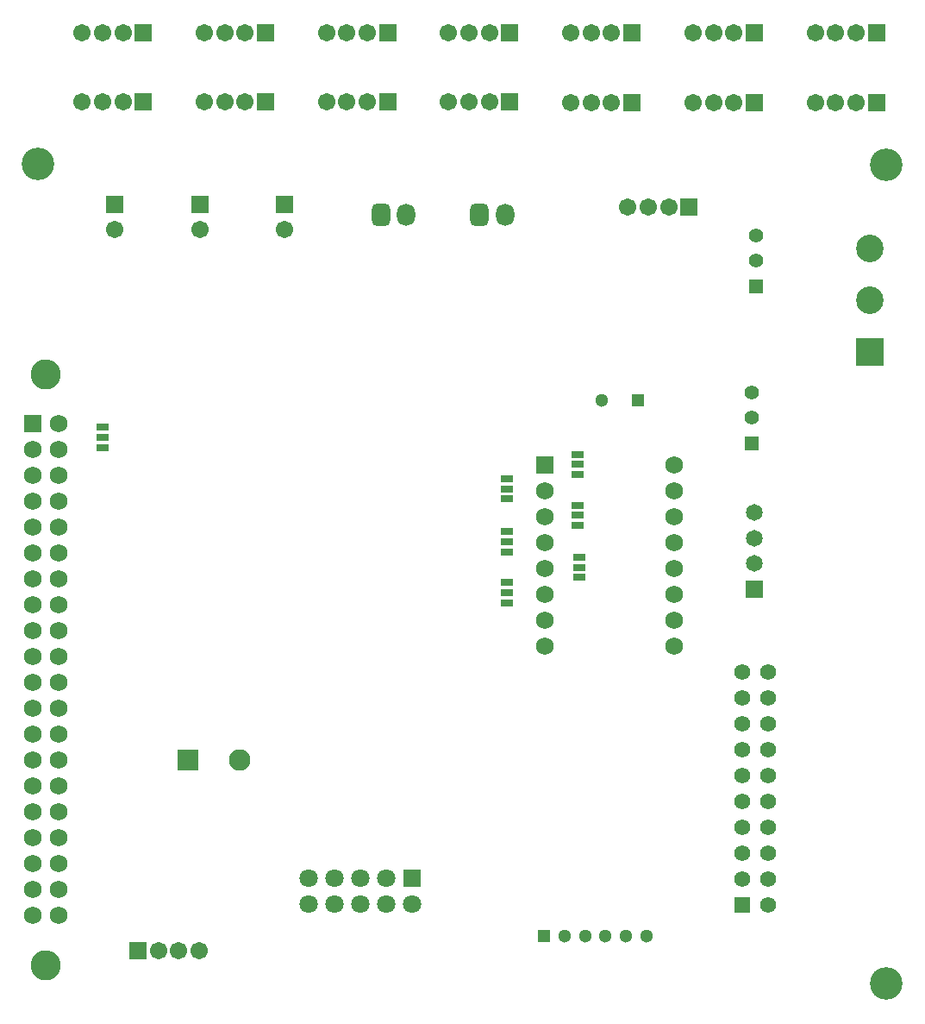
<source format=gbs>
G04*
G04 #@! TF.GenerationSoftware,Altium Limited,Altium Designer,20.1.8 (145)*
G04*
G04 Layer_Color=16711935*
%FSLAX25Y25*%
%MOIN*%
G70*
G04*
G04 #@! TF.SameCoordinates,8A5546FC-2E64-4ACD-A3F0-66F597033F2E*
G04*
G04*
G04 #@! TF.FilePolarity,Negative*
G04*
G01*
G75*
%ADD46R,0.07099X0.07099*%
%ADD47C,0.07099*%
%ADD48R,0.08280X0.08280*%
%ADD49C,0.08280*%
%ADD50R,0.06824X0.06824*%
%ADD51C,0.06824*%
%ADD52C,0.05118*%
%ADD53R,0.05118X0.05118*%
%ADD54C,0.11627*%
%ADD55R,0.06800X0.06800*%
%ADD56C,0.06800*%
%ADD57C,0.06706*%
%ADD58R,0.06706X0.06706*%
%ADD59O,0.07099X0.08674*%
G04:AMPARAMS|DCode=60|XSize=86.74mil|YSize=70.99mil|CornerRadius=19.75mil|HoleSize=0mil|Usage=FLASHONLY|Rotation=90.000|XOffset=0mil|YOffset=0mil|HoleType=Round|Shape=RoundedRectangle|*
%AMROUNDEDRECTD60*
21,1,0.08674,0.03150,0,0,90.0*
21,1,0.04724,0.07099,0,0,90.0*
1,1,0.03950,0.01575,0.02362*
1,1,0.03950,0.01575,-0.02362*
1,1,0.03950,-0.01575,-0.02362*
1,1,0.03950,-0.01575,0.02362*
%
%ADD60ROUNDEDRECTD60*%
%ADD61C,0.12611*%
%ADD62C,0.05512*%
%ADD63R,0.05512X0.05512*%
%ADD64C,0.06181*%
%ADD65R,0.06181X0.06181*%
%ADD66C,0.10642*%
%ADD67R,0.10642X0.10642*%
%ADD68R,0.06509X0.06509*%
%ADD69C,0.06509*%
%ADD92R,0.04737X0.02769*%
D46*
X160945Y52382D02*
D03*
D47*
Y42382D02*
D03*
X150945Y52382D02*
D03*
Y42382D02*
D03*
X140945D02*
D03*
Y52382D02*
D03*
X130945Y42382D02*
D03*
X120945D02*
D03*
X130945Y52382D02*
D03*
X120945D02*
D03*
D48*
X74252Y98032D02*
D03*
D49*
X94252D02*
D03*
D50*
X212402Y212165D02*
D03*
D51*
Y202165D02*
D03*
Y192165D02*
D03*
Y182165D02*
D03*
Y172165D02*
D03*
Y162165D02*
D03*
Y152165D02*
D03*
Y142165D02*
D03*
X262402D02*
D03*
Y152165D02*
D03*
Y162165D02*
D03*
Y172165D02*
D03*
Y182165D02*
D03*
Y192165D02*
D03*
Y202165D02*
D03*
Y212165D02*
D03*
D52*
X234449Y237008D02*
D03*
X251575Y29921D02*
D03*
X243701D02*
D03*
X235827D02*
D03*
X227953D02*
D03*
X220079D02*
D03*
D53*
X248228Y237008D02*
D03*
X212205Y29921D02*
D03*
D54*
X19500Y18827D02*
D03*
Y247173D02*
D03*
D55*
X14500Y228000D02*
D03*
D56*
Y218000D02*
D03*
Y208000D02*
D03*
Y198000D02*
D03*
Y188000D02*
D03*
Y178000D02*
D03*
X24500Y228000D02*
D03*
Y218000D02*
D03*
Y208000D02*
D03*
Y198000D02*
D03*
Y188000D02*
D03*
Y178000D02*
D03*
X14500Y168000D02*
D03*
X24500D02*
D03*
X14500Y158000D02*
D03*
Y148000D02*
D03*
Y138000D02*
D03*
Y128000D02*
D03*
Y118000D02*
D03*
Y108000D02*
D03*
X24500Y158000D02*
D03*
Y148000D02*
D03*
Y138000D02*
D03*
Y128000D02*
D03*
Y118000D02*
D03*
Y108000D02*
D03*
X14500Y98000D02*
D03*
X24500D02*
D03*
X14500Y88000D02*
D03*
Y78000D02*
D03*
Y68000D02*
D03*
Y58000D02*
D03*
Y48000D02*
D03*
Y38000D02*
D03*
X24500Y88000D02*
D03*
Y78000D02*
D03*
Y68000D02*
D03*
Y58000D02*
D03*
Y48000D02*
D03*
Y38000D02*
D03*
D57*
X46063Y302953D02*
D03*
X244488Y311811D02*
D03*
X260236D02*
D03*
X252362D02*
D03*
X111811Y302953D02*
D03*
X316929Y352165D02*
D03*
X332677D02*
D03*
X324803D02*
D03*
X269685D02*
D03*
X285433D02*
D03*
X277559D02*
D03*
X222441D02*
D03*
X238189D02*
D03*
X230315D02*
D03*
X78937Y302953D02*
D03*
X80709Y352559D02*
D03*
X96457D02*
D03*
X88583D02*
D03*
X80709Y378937D02*
D03*
X96457D02*
D03*
X88583D02*
D03*
X33465Y352559D02*
D03*
X49213D02*
D03*
X41339D02*
D03*
X33465Y378937D02*
D03*
X49213D02*
D03*
X41339D02*
D03*
X175197Y352559D02*
D03*
X190945D02*
D03*
X183071D02*
D03*
X175197Y378937D02*
D03*
X190945D02*
D03*
X183071D02*
D03*
X127953Y352559D02*
D03*
X143701D02*
D03*
X135827D02*
D03*
X127953Y378937D02*
D03*
X143701D02*
D03*
X135827D02*
D03*
X316929D02*
D03*
X332677D02*
D03*
X324803D02*
D03*
X269685D02*
D03*
X285433D02*
D03*
X277559D02*
D03*
X222441D02*
D03*
X238189D02*
D03*
X230315D02*
D03*
X78740Y24409D02*
D03*
X62992D02*
D03*
X70866D02*
D03*
D58*
X46063Y312795D02*
D03*
X268110Y311811D02*
D03*
X111811Y312795D02*
D03*
X340551Y352165D02*
D03*
X293307D02*
D03*
X246063D02*
D03*
X78937Y312795D02*
D03*
X104331Y352559D02*
D03*
Y378937D02*
D03*
X57087Y352559D02*
D03*
Y378937D02*
D03*
X198819Y352559D02*
D03*
Y378937D02*
D03*
X151575Y352559D02*
D03*
Y378937D02*
D03*
X340551D02*
D03*
X293307D02*
D03*
X246063D02*
D03*
X55118Y24409D02*
D03*
D59*
X196932Y308661D02*
D03*
X158858D02*
D03*
D60*
X187089D02*
D03*
X149016D02*
D03*
D61*
X16535Y328346D02*
D03*
X344488Y11811D02*
D03*
Y327953D02*
D03*
D62*
X293996Y300787D02*
D03*
Y290945D02*
D03*
X292421Y240158D02*
D03*
Y230315D02*
D03*
D63*
X293996Y281102D02*
D03*
X292421Y220472D02*
D03*
D64*
X298622Y132008D02*
D03*
Y122008D02*
D03*
Y112008D02*
D03*
Y102008D02*
D03*
Y92008D02*
D03*
Y82008D02*
D03*
Y72008D02*
D03*
Y62008D02*
D03*
Y52008D02*
D03*
Y42008D02*
D03*
X288622Y132008D02*
D03*
Y122008D02*
D03*
Y112008D02*
D03*
Y102008D02*
D03*
Y92008D02*
D03*
Y82008D02*
D03*
Y72008D02*
D03*
Y62008D02*
D03*
Y52008D02*
D03*
D65*
Y42008D02*
D03*
D66*
X338189Y295905D02*
D03*
Y275905D02*
D03*
D67*
Y255906D02*
D03*
D68*
X293307Y164173D02*
D03*
D69*
Y174016D02*
D03*
Y183858D02*
D03*
Y193701D02*
D03*
D92*
X197638Y178453D02*
D03*
Y182390D02*
D03*
Y186327D02*
D03*
X225197Y216248D02*
D03*
Y212311D02*
D03*
Y208374D02*
D03*
X41339Y218898D02*
D03*
Y222835D02*
D03*
Y226772D02*
D03*
X225590Y168610D02*
D03*
Y172547D02*
D03*
Y176484D02*
D03*
X197638Y166642D02*
D03*
Y162705D02*
D03*
Y158768D02*
D03*
Y198925D02*
D03*
Y202862D02*
D03*
Y206799D02*
D03*
X225197Y196563D02*
D03*
Y192626D02*
D03*
Y188689D02*
D03*
M02*

</source>
